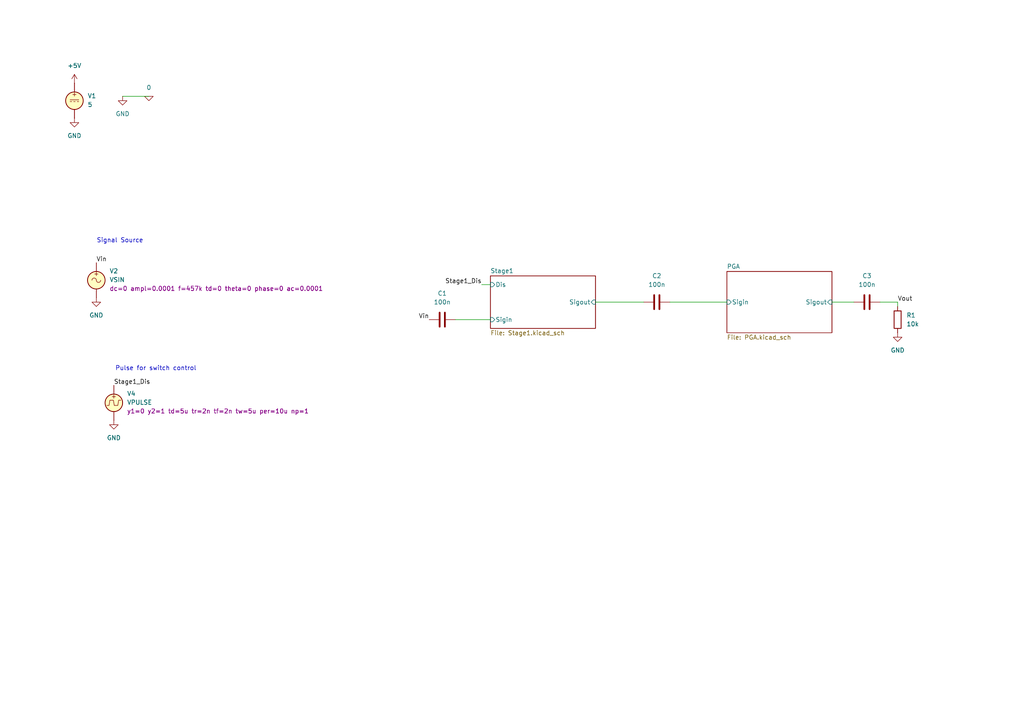
<source format=kicad_sch>
(kicad_sch (version 20250114) (generator "eeschema") (generator_version "9.0")
  (paper "A4")
  (lib_symbols
    (symbol "Device:C" (pin_numbers (hide yes)) (pin_names (offset 0.254))
      (property "Reference" "C" (at 0.635 2.54 0))
      (property "Value" "C" (at 0.635 -2.54 0))
      (symbol "C_0_1"
        (polyline (pts (xy -2.032 0.762) (xy 2.032 0.762)) (stroke (width 0.508)))
        (polyline (pts (xy -2.032 -0.762) (xy 2.032 -0.762)) (stroke (width 0.508)))
      )
      (symbol "C_1_1"
        (pin passive line (at 0 3.81 270) (length 2.794) (name "~") (number "1"))
        (pin passive line (at 0 -3.81 90) (length 2.794) (name "~") (number "2"))
      )
    )
    (symbol "Device:R" (pin_numbers (hide yes)) (pin_names (offset 0))
      (property "Reference" "R" (at 2.032 0 90))
      (property "Value" "R" (at 0 0 90))
      (symbol "R_0_1"
        (rectangle (start -1.016 -2.54) (end 1.016 2.54) (stroke (width 0.254)))
      )
      (symbol "R_1_1"
        (pin passive line (at 0 3.81 270) (length 1.27) (name "~") (number "1"))
        (pin passive line (at 0 -3.81 90) (length 1.27) (name "~") (number "2"))
      )
    )
    (symbol "Simulation_SPICE:0" (power) (pin_numbers (hide yes)) (pin_names (offset 0) (hide yes))
      (property "Value" "0" (at 0 -2.54 0))
      (symbol "0_0_1"
        (polyline (pts (xy -1.27 0) (xy 0 -1.27) (xy 1.27 0) (xy -1.27 0)))
      )
      (symbol "0_1_1"
        (pin power_in line (at 0 0 0) (length 0) (name "~") (number "1"))
      )
    )
    (symbol "Simulation_SPICE:VDC" (pin_numbers (hide yes)) (pin_names (offset 0.0254))
      (property "Reference" "V" (at 2.54 2.54 0))
      (property "Value" "1" (at 2.54 0 0))
      (symbol "VDC_0_0"
        (polyline (pts (xy -1.27 0.254) (xy 1.27 0.254)))
        (polyline (pts (xy -0.762 -0.254) (xy -1.27 -0.254)))
        (polyline (pts (xy 0.254 -0.254) (xy -0.254 -0.254)))
        (polyline (pts (xy 1.27 -0.254) (xy 0.762 -0.254)))
        (text "+" (at 0 1.905 0) (effects (font (size 1.27 1.27))))
      )
      (symbol "VDC_0_1"
        (circle (center 0 0) (radius 2.54) (stroke (width 0.254)) (fill (type background)))
      )
      (symbol "VDC_1_1"
        (pin passive line (at 0 5.08 270) (length 2.54) (name "~") (number "1"))
        (pin passive line (at 0 -5.08 90) (length 2.54) (name "~") (number "2"))
      )
    )
    (symbol "Simulation_SPICE:VPULSE" (pin_numbers (hide yes)) (pin_names (offset 0.0254))
      (property "Reference" "V" (at 2.54 2.54 0))
      (property "Value" "VPULSE" (at 2.54 0 0))
      (property "Sim.Params" "y1=0 y2=1 td=2n tr=2n tf=2n tw=50n per=100n" (at 2.54 -2.54 0))
      (symbol "VPULSE_0_0"
        (polyline (pts (xy -2.032 -0.762) (xy -1.397 -0.762) (xy -1.143 0.762) (xy -0.127 0.762) (xy 0.127 -0.762) (xy 1.143 -0.762) (xy 1.397 0.762) (xy 2.032 0.762)))
        (text "+" (at 0 1.905 0) (effects (font (size 1.27 1.27))))
      )
      (symbol "VPULSE_0_1"
        (circle (center 0 0) (radius 2.54) (stroke (width 0.254)) (fill (type background)))
      )
      (symbol "VPULSE_1_1"
        (pin passive line (at 0 5.08 270) (length 2.54) (name "~") (number "1"))
        (pin passive line (at 0 -5.08 90) (length 2.54) (name "~") (number "2"))
      )
    )
    (symbol "Simulation_SPICE:VSIN" (pin_numbers (hide yes)) (pin_names (offset 0.0254))
      (property "Reference" "V" (at 2.54 2.54 0))
      (property "Value" "VSIN" (at 2.54 0 0))
      (property "Sim.Params" "dc=0 ampl=1 f=1k ac=1" (at 2.54 -2.54 0))
      (symbol "VSIN_0_0"
        (arc (start -1.27 0) (mid -0.635 0.6323) (end 0 0))
        (arc (start 1.27 0) (mid 0.635 -0.6323) (end 0 0))
        (text "+" (at 0 1.905 0) (effects (font (size 1.27 1.27))))
      )
      (symbol "VSIN_0_1"
        (circle (center 0 0) (radius 2.54) (stroke (width 0.254)) (fill (type background)))
      )
      (symbol "VSIN_1_1"
        (pin passive line (at 0 5.08 270) (length 2.54) (name "~") (number "1"))
        (pin passive line (at 0 -5.08 90) (length 2.54) (name "~") (number "2"))
      )
    )
    (symbol "power:+5V" (power) (pin_numbers (hide yes)) (pin_names (offset 0) (hide yes))
      (property "Value" "+5V" (at 0 3.556 0))
      (symbol "+5V_0_1"
        (polyline (pts (xy -0.762 1.27) (xy 0 2.54)))
        (polyline (pts (xy 0 2.54) (xy 0.762 1.27)))
        (polyline (pts (xy 0 0) (xy 0 2.54)))
      )
      (symbol "+5V_1_1"
        (pin power_in line (at 0 0 90) (length 0) (name "~") (number "1"))
      )
    )
    (symbol "power:GND" (power) (pin_numbers (hide yes)) (pin_names (offset 0) (hide yes))
      (property "Value" "GND" (at 0 -3.81 0))
      (symbol "GND_0_1"
        (polyline (pts (xy 0 0) (xy 0 -1.27) (xy 1.27 -1.27) (xy 0 -2.54) (xy -1.27 -1.27) (xy 0 -1.27)))
      )
      (symbol "GND_1_1"
        (pin power_in line (at 0 0 270) (length 0) (name "~") (number "1"))
      )
    )
  )
  (text "Pulse for switch control" (at 45.212 106.934 0) (effects (font (size 1.27 1.27))))
  (text "Signal Source" (at 34.798 69.85 0) (effects (font (size 1.27 1.27))))
  (wire (pts (xy 35.56 27.94) (xy 43.18 27.94)))
  (wire (pts (xy 260.35 87.63) (xy 260.35 88.9)))
  (wire (pts (xy 172.72 87.63) (xy 186.69 87.63)))
  (wire (pts (xy 194.31 87.63) (xy 210.82 87.63)))
  (wire (pts (xy 255.27 87.63) (xy 260.35 87.63)))
  (wire (pts (xy 241.3 87.63) (xy 247.65 87.63)))
  (wire (pts (xy 139.7 82.55) (xy 142.24 82.55)))
  (wire (pts (xy 132.08 92.71) (xy 142.24 92.71)))
  (label "Vin" (at 27.94 76.2 0))
  (label "Vout" (at 260.35 87.63 0))
  (label "Vin" (at 124.46 92.71 180))
  (label "Stage1_Dis" (at 139.7 82.55 180))
  (label "Stage1_Dis" (at 33.02 111.76 0))
  (symbol (lib_id "power:GND") (at 260.35 96.52 0) (unit 1)
    (property "Reference" "#PWR01" (effects (hide yes)))
    (property "Value" "GND" (at 260.35 101.6 0))
    (property "Description" "Power symbol creates a global label with name \"GND\" , ground" (effects (hide yes)))
  )
  (symbol (lib_id "Simulation_SPICE:VDC") (at 21.59 29.21 0) (unit 1)
    (property "Reference" "V1" (at 25.4 27.8101 0) (effects (justify left)))
    (property "Value" "5" (at 25.4 30.3501 0) (effects (justify left)))
    (property "Datasheet" "https://ngspice.sourceforge.io/docs/ngspice-html-manual/manual.xhtml#sec_Independent_Sources_for" (effects (hide yes)))
    (property "Description" "Voltage source, DC" (effects (hide yes)))
    (property "Sim.Pins" "1=+ 2=-" (effects (hide yes)))
    (property "Sim.Type" "DC" (effects (hide yes)))
    (property "Sim.Device" "V" (effects (hide yes)))
  )
  (symbol (lib_id "Simulation_SPICE:VPULSE") (at 33.02 116.84 0) (unit 1)
    (property "Reference" "V4" (at 36.83 114.1701 0) (effects (justify left)))
    (property "Value" "VPULSE" (at 36.83 116.7101 0) (effects (justify left)))
    (property "Datasheet" "https://ngspice.sourceforge.io/docs/ngspice-html-manual/manual.xhtml#sec_Independent_Sources_for" (effects (hide yes)))
    (property "Description" "Voltage source, pulse" (effects (hide yes)))
    (property "Sim.Pins" "1=+ 2=-" (effects (hide yes)))
    (property "Sim.Type" "PULSE" (effects (hide yes)))
    (property "Sim.Device" "V" (effects (hide yes)))
    (property "Sim.Params" "y1=0 y2=1 td=5u tr=2n tf=2n tw=5u per=10u np=1" (at 36.83 119.2501 0) (effects (justify left)))
  )
  (symbol (lib_id "power:GND") (at 27.94 86.36 0) (unit 1)
    (property "Reference" "#PWR05" (effects (hide yes)))
    (property "Value" "GND" (at 27.94 91.44 0))
    (property "Description" "Power symbol creates a global label with name \"GND\" , ground" (effects (hide yes)))
  )
  (symbol (lib_id "Device:C") (at 190.5 87.63 90) (unit 1)
    (property "Reference" "C2" (at 190.5 80.01 90))
    (property "Value" "100n" (at 190.5 82.55 90))
    (property "Description" "Unpolarized capacitor" (effects (hide yes)))
  )
  (symbol (lib_id "power:GND") (at 21.59 34.29 0) (unit 1)
    (property "Reference" "#PWR02" (effects (hide yes)))
    (property "Value" "GND" (at 21.59 39.37 0))
    (property "Description" "Power symbol creates a global label with name \"GND\" , ground" (effects (hide yes)))
  )
  (symbol (lib_id "Simulation_SPICE:0") (at 43.18 27.94 0) (unit 1)
    (property "Reference" "#GND01" (effects (hide yes)))
    (property "Value" "0" (at 43.18 25.4 0))
    (property "Datasheet" "https://ngspice.sourceforge.io/docs/ngspice-html-manual/manual.xhtml#subsec_Circuit_elements__device" (effects (hide yes)))
    (property "Description" "0V reference potential for simulation" (effects (hide yes)))
  )
  (symbol (lib_id "power:+5V") (at 21.59 24.13 0) (unit 1)
    (property "Reference" "#PWR03" (effects (hide yes)))
    (property "Value" "+5V" (at 21.59 19.05 0))
    (property "Description" "Power symbol creates a global label with name \"+5V\"" (effects (hide yes)))
  )
  (symbol (lib_id "Simulation_SPICE:VSIN") (at 27.94 81.28 0) (unit 1)
    (property "Reference" "V2" (at 31.75 78.6101 0) (effects (justify left)))
    (property "Value" "VSIN" (at 31.75 81.1501 0) (effects (justify left)))
    (property "Datasheet" "https://ngspice.sourceforge.io/docs/ngspice-html-manual/manual.xhtml#sec_Independent_Sources_for" (effects (hide yes)))
    (property "Description" "Voltage source, sinusoidal" (effects (hide yes)))
    (property "Sim.Pins" "1=+ 2=-" (effects (hide yes)))
    (property "Sim.Params" "dc=0 ampl=0.0001 f=457k td=0 theta=0 phase=0 ac=0.0001" (at 31.75 83.6901 0) (effects (justify left)))
    (property "Sim.Type" "SIN" (effects (hide yes)))
    (property "Sim.Device" "V" (effects (hide yes)))
  )
  (symbol (lib_id "Device:C") (at 128.27 92.71 90) (unit 1)
    (property "Reference" "C1" (at 128.27 85.09 90))
    (property "Value" "100n" (at 128.27 87.63 90))
    (property "Description" "Unpolarized capacitor" (effects (hide yes)))
  )
  (symbol (lib_id "power:GND") (at 33.02 121.92 0) (unit 1)
    (property "Reference" "#PWR08" (effects (hide yes)))
    (property "Value" "GND" (at 33.02 127 0))
    (property "Description" "Power symbol creates a global label with name \"GND\" , ground" (effects (hide yes)))
  )
  (symbol (lib_id "Device:R") (at 260.35 92.71 0) (unit 1)
    (property "Reference" "R1" (at 262.89 91.4399 0) (effects (justify left)))
    (property "Value" "10k" (at 262.89 93.9799 0) (effects (justify left)))
    (property "Description" "Resistor" (effects (hide yes)))
  )
  (symbol (lib_id "power:GND") (at 35.56 27.94 0) (unit 1)
    (property "Reference" "#PWR07" (effects (hide yes)))
    (property "Value" "GND" (at 35.56 33.02 0))
    (property "Description" "Power symbol creates a global label with name \"GND\" , ground" (effects (hide yes)))
  )
  (symbol (lib_id "Device:C") (at 251.46 87.63 90) (unit 1)
    (property "Reference" "C3" (at 251.46 80.01 90))
    (property "Value" "100n" (at 251.46 82.55 90))
    (property "Description" "Unpolarized capacitor" (effects (hide yes)))
  )
  (sheet (at 142.24 80.01) (size 30.48 15.24) (stroke (width 0.1524))
    (property "Sheetname" "Stage1" (at 142.24 79.2984 0) (effects (justify left bottom)))
    (property "Sheetfile" "Stage1.kicad_sch" (at 142.24 95.8346 0) (effects (justify left top)))
    (pin "Sigout" input (at 172.72 87.63 0))
    (pin "Sigin" input (at 142.24 92.71 180))
    (pin "Dis" input (at 142.24 82.55 180))
  )
  (sheet (at 210.82 78.74) (size 30.48 17.78) (stroke (width 0.1524))
    (property "Sheetname" "PGA" (at 210.82 78.0284 0) (effects (justify left bottom)))
    (property "Sheetfile" "PGA.kicad_sch" (at 210.82 97.1046 0) (effects (justify left top)))
    (pin "Sigin" input (at 210.82 87.63 180))
    (pin "Sigout" input (at 241.3 87.63 0))
  )
)
</source>
